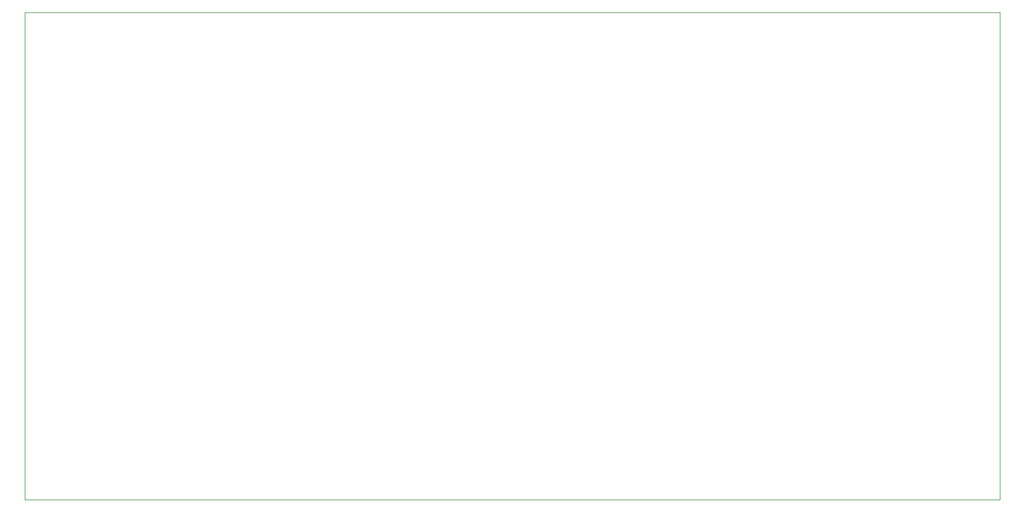
<source format=gm1>
G04 #@! TF.GenerationSoftware,KiCad,Pcbnew,7.0.10*
G04 #@! TF.CreationDate,2024-03-07T14:57:28-05:00*
G04 #@! TF.ProjectId,ECE477_PCBDesign,45434534-3737-45f5-9043-424465736967,1*
G04 #@! TF.SameCoordinates,Original*
G04 #@! TF.FileFunction,Profile,NP*
%FSLAX46Y46*%
G04 Gerber Fmt 4.6, Leading zero omitted, Abs format (unit mm)*
G04 Created by KiCad (PCBNEW 7.0.10) date 2024-03-07 14:57:28*
%MOMM*%
%LPD*%
G01*
G04 APERTURE LIST*
G04 #@! TA.AperFunction,Profile*
%ADD10C,0.100000*%
G04 #@! TD*
G04 APERTURE END LIST*
D10*
X147375000Y-102950000D02*
X287375000Y-102950000D01*
X287375000Y-172950000D01*
X147375000Y-172950000D01*
X147375000Y-102950000D01*
M02*

</source>
